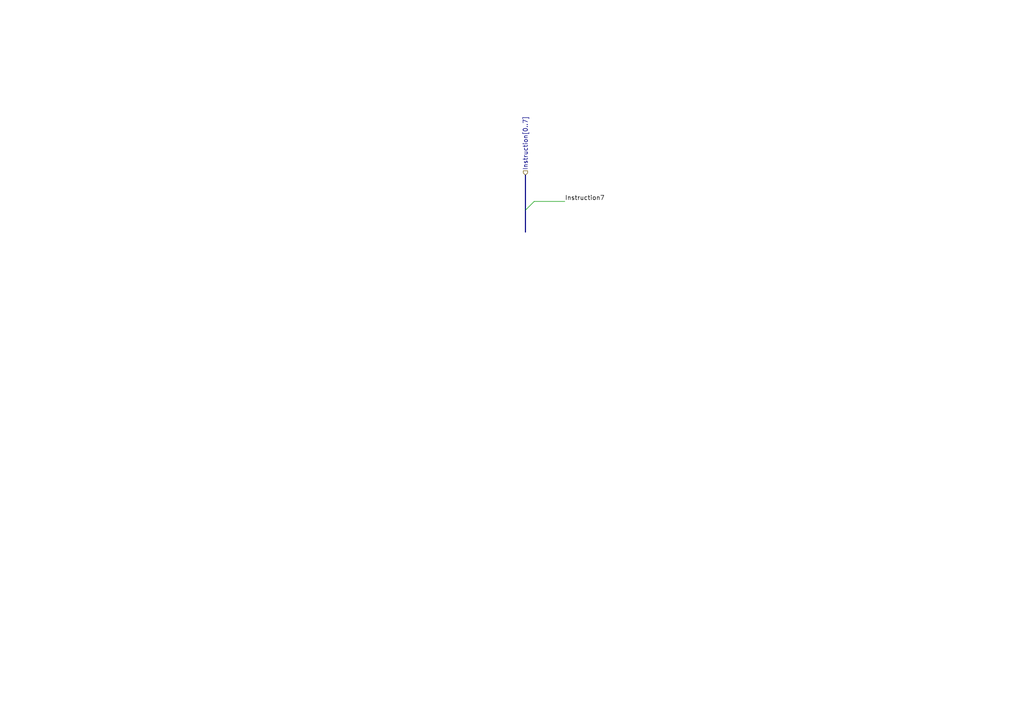
<source format=kicad_sch>
(kicad_sch (version 20211123) (generator eeschema)
  (paper "A4")
  (lib_symbols)
  (bus_entry (at 152.4 60.96) (size 2.54 -2.54))
  (bus (pts (xy 152.4 50.8) (xy 152.4 60.96)))
  (bus (pts (xy 152.4 60.96) (xy 152.4 67.31)))
  (wire (pts (xy 154.94 58.42) (xy 163.83 58.42)))
  (label "Instruction7" (at 163.83 58.42 0))
  (hierarchical_label "Instruction[0..7]" (shape input) (at 152.4 50.8 90))
)
</source>
